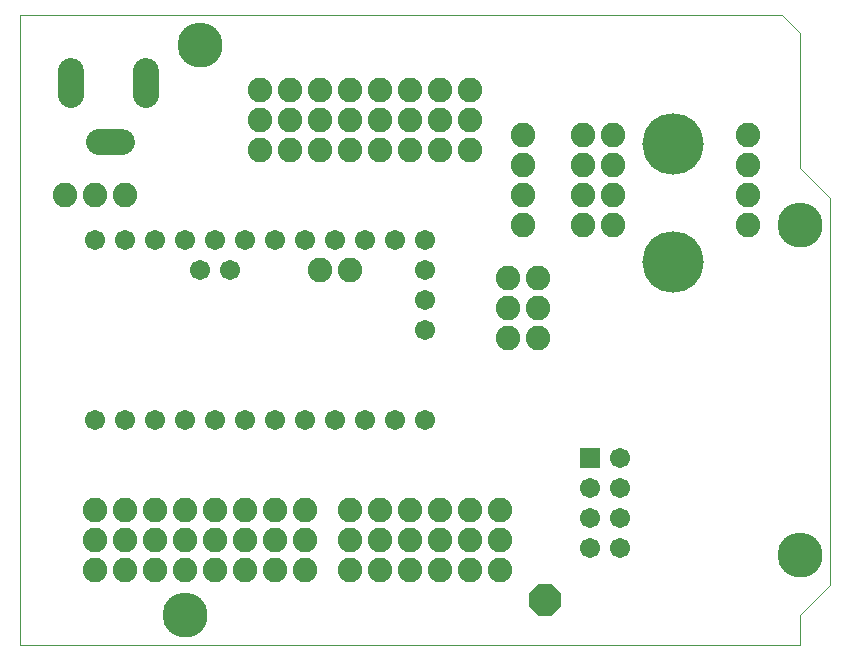
<source format=gbs>
G75*
%MOIN*%
%OFA0B0*%
%FSLAX25Y25*%
%IPPOS*%
%LPD*%
%AMOC8*
5,1,8,0,0,1.08239X$1,22.5*
%
%ADD10C,0.00000*%
%ADD11C,0.14942*%
%ADD12C,0.06737*%
%ADD13R,0.06737X0.06737*%
%ADD14C,0.08674*%
%ADD15C,0.08200*%
%ADD16OC8,0.10800*%
%ADD17C,0.00100*%
%ADD18C,0.20485*%
D10*
X0017500Y0005000D02*
X0017500Y0215000D01*
X0271500Y0215000D01*
X0277500Y0209000D01*
X0277500Y0164000D01*
X0287500Y0154000D01*
X0287500Y0025000D01*
X0277500Y0015000D01*
X0277500Y0005000D01*
X0017500Y0005000D01*
X0065429Y0015000D02*
X0065431Y0015174D01*
X0065438Y0015347D01*
X0065448Y0015520D01*
X0065463Y0015693D01*
X0065482Y0015866D01*
X0065506Y0016038D01*
X0065533Y0016209D01*
X0065565Y0016379D01*
X0065601Y0016549D01*
X0065641Y0016718D01*
X0065685Y0016886D01*
X0065733Y0017053D01*
X0065786Y0017218D01*
X0065842Y0017382D01*
X0065903Y0017545D01*
X0065967Y0017706D01*
X0066036Y0017865D01*
X0066108Y0018023D01*
X0066184Y0018179D01*
X0066264Y0018333D01*
X0066348Y0018485D01*
X0066435Y0018635D01*
X0066526Y0018783D01*
X0066621Y0018928D01*
X0066719Y0019072D01*
X0066821Y0019212D01*
X0066926Y0019350D01*
X0067034Y0019486D01*
X0067146Y0019619D01*
X0067261Y0019749D01*
X0067379Y0019876D01*
X0067500Y0020000D01*
X0067624Y0020121D01*
X0067751Y0020239D01*
X0067881Y0020354D01*
X0068014Y0020466D01*
X0068150Y0020574D01*
X0068288Y0020679D01*
X0068428Y0020781D01*
X0068572Y0020879D01*
X0068717Y0020974D01*
X0068865Y0021065D01*
X0069015Y0021152D01*
X0069167Y0021236D01*
X0069321Y0021316D01*
X0069477Y0021392D01*
X0069635Y0021464D01*
X0069794Y0021533D01*
X0069955Y0021597D01*
X0070118Y0021658D01*
X0070282Y0021714D01*
X0070447Y0021767D01*
X0070614Y0021815D01*
X0070782Y0021859D01*
X0070951Y0021899D01*
X0071121Y0021935D01*
X0071291Y0021967D01*
X0071462Y0021994D01*
X0071634Y0022018D01*
X0071807Y0022037D01*
X0071980Y0022052D01*
X0072153Y0022062D01*
X0072326Y0022069D01*
X0072500Y0022071D01*
X0072674Y0022069D01*
X0072847Y0022062D01*
X0073020Y0022052D01*
X0073193Y0022037D01*
X0073366Y0022018D01*
X0073538Y0021994D01*
X0073709Y0021967D01*
X0073879Y0021935D01*
X0074049Y0021899D01*
X0074218Y0021859D01*
X0074386Y0021815D01*
X0074553Y0021767D01*
X0074718Y0021714D01*
X0074882Y0021658D01*
X0075045Y0021597D01*
X0075206Y0021533D01*
X0075365Y0021464D01*
X0075523Y0021392D01*
X0075679Y0021316D01*
X0075833Y0021236D01*
X0075985Y0021152D01*
X0076135Y0021065D01*
X0076283Y0020974D01*
X0076428Y0020879D01*
X0076572Y0020781D01*
X0076712Y0020679D01*
X0076850Y0020574D01*
X0076986Y0020466D01*
X0077119Y0020354D01*
X0077249Y0020239D01*
X0077376Y0020121D01*
X0077500Y0020000D01*
X0077621Y0019876D01*
X0077739Y0019749D01*
X0077854Y0019619D01*
X0077966Y0019486D01*
X0078074Y0019350D01*
X0078179Y0019212D01*
X0078281Y0019072D01*
X0078379Y0018928D01*
X0078474Y0018783D01*
X0078565Y0018635D01*
X0078652Y0018485D01*
X0078736Y0018333D01*
X0078816Y0018179D01*
X0078892Y0018023D01*
X0078964Y0017865D01*
X0079033Y0017706D01*
X0079097Y0017545D01*
X0079158Y0017382D01*
X0079214Y0017218D01*
X0079267Y0017053D01*
X0079315Y0016886D01*
X0079359Y0016718D01*
X0079399Y0016549D01*
X0079435Y0016379D01*
X0079467Y0016209D01*
X0079494Y0016038D01*
X0079518Y0015866D01*
X0079537Y0015693D01*
X0079552Y0015520D01*
X0079562Y0015347D01*
X0079569Y0015174D01*
X0079571Y0015000D01*
X0079569Y0014826D01*
X0079562Y0014653D01*
X0079552Y0014480D01*
X0079537Y0014307D01*
X0079518Y0014134D01*
X0079494Y0013962D01*
X0079467Y0013791D01*
X0079435Y0013621D01*
X0079399Y0013451D01*
X0079359Y0013282D01*
X0079315Y0013114D01*
X0079267Y0012947D01*
X0079214Y0012782D01*
X0079158Y0012618D01*
X0079097Y0012455D01*
X0079033Y0012294D01*
X0078964Y0012135D01*
X0078892Y0011977D01*
X0078816Y0011821D01*
X0078736Y0011667D01*
X0078652Y0011515D01*
X0078565Y0011365D01*
X0078474Y0011217D01*
X0078379Y0011072D01*
X0078281Y0010928D01*
X0078179Y0010788D01*
X0078074Y0010650D01*
X0077966Y0010514D01*
X0077854Y0010381D01*
X0077739Y0010251D01*
X0077621Y0010124D01*
X0077500Y0010000D01*
X0077376Y0009879D01*
X0077249Y0009761D01*
X0077119Y0009646D01*
X0076986Y0009534D01*
X0076850Y0009426D01*
X0076712Y0009321D01*
X0076572Y0009219D01*
X0076428Y0009121D01*
X0076283Y0009026D01*
X0076135Y0008935D01*
X0075985Y0008848D01*
X0075833Y0008764D01*
X0075679Y0008684D01*
X0075523Y0008608D01*
X0075365Y0008536D01*
X0075206Y0008467D01*
X0075045Y0008403D01*
X0074882Y0008342D01*
X0074718Y0008286D01*
X0074553Y0008233D01*
X0074386Y0008185D01*
X0074218Y0008141D01*
X0074049Y0008101D01*
X0073879Y0008065D01*
X0073709Y0008033D01*
X0073538Y0008006D01*
X0073366Y0007982D01*
X0073193Y0007963D01*
X0073020Y0007948D01*
X0072847Y0007938D01*
X0072674Y0007931D01*
X0072500Y0007929D01*
X0072326Y0007931D01*
X0072153Y0007938D01*
X0071980Y0007948D01*
X0071807Y0007963D01*
X0071634Y0007982D01*
X0071462Y0008006D01*
X0071291Y0008033D01*
X0071121Y0008065D01*
X0070951Y0008101D01*
X0070782Y0008141D01*
X0070614Y0008185D01*
X0070447Y0008233D01*
X0070282Y0008286D01*
X0070118Y0008342D01*
X0069955Y0008403D01*
X0069794Y0008467D01*
X0069635Y0008536D01*
X0069477Y0008608D01*
X0069321Y0008684D01*
X0069167Y0008764D01*
X0069015Y0008848D01*
X0068865Y0008935D01*
X0068717Y0009026D01*
X0068572Y0009121D01*
X0068428Y0009219D01*
X0068288Y0009321D01*
X0068150Y0009426D01*
X0068014Y0009534D01*
X0067881Y0009646D01*
X0067751Y0009761D01*
X0067624Y0009879D01*
X0067500Y0010000D01*
X0067379Y0010124D01*
X0067261Y0010251D01*
X0067146Y0010381D01*
X0067034Y0010514D01*
X0066926Y0010650D01*
X0066821Y0010788D01*
X0066719Y0010928D01*
X0066621Y0011072D01*
X0066526Y0011217D01*
X0066435Y0011365D01*
X0066348Y0011515D01*
X0066264Y0011667D01*
X0066184Y0011821D01*
X0066108Y0011977D01*
X0066036Y0012135D01*
X0065967Y0012294D01*
X0065903Y0012455D01*
X0065842Y0012618D01*
X0065786Y0012782D01*
X0065733Y0012947D01*
X0065685Y0013114D01*
X0065641Y0013282D01*
X0065601Y0013451D01*
X0065565Y0013621D01*
X0065533Y0013791D01*
X0065506Y0013962D01*
X0065482Y0014134D01*
X0065463Y0014307D01*
X0065448Y0014480D01*
X0065438Y0014653D01*
X0065431Y0014826D01*
X0065429Y0015000D01*
X0225157Y0132815D02*
X0225160Y0133057D01*
X0225169Y0133298D01*
X0225184Y0133539D01*
X0225204Y0133780D01*
X0225231Y0134020D01*
X0225264Y0134259D01*
X0225302Y0134498D01*
X0225346Y0134735D01*
X0225396Y0134972D01*
X0225452Y0135207D01*
X0225514Y0135440D01*
X0225581Y0135672D01*
X0225654Y0135903D01*
X0225732Y0136131D01*
X0225817Y0136357D01*
X0225906Y0136582D01*
X0226001Y0136804D01*
X0226102Y0137023D01*
X0226208Y0137241D01*
X0226319Y0137455D01*
X0226436Y0137667D01*
X0226557Y0137875D01*
X0226684Y0138081D01*
X0226816Y0138283D01*
X0226953Y0138483D01*
X0227094Y0138678D01*
X0227240Y0138871D01*
X0227391Y0139059D01*
X0227547Y0139244D01*
X0227707Y0139425D01*
X0227871Y0139602D01*
X0228040Y0139775D01*
X0228213Y0139944D01*
X0228390Y0140108D01*
X0228571Y0140268D01*
X0228756Y0140424D01*
X0228944Y0140575D01*
X0229137Y0140721D01*
X0229332Y0140862D01*
X0229532Y0140999D01*
X0229734Y0141131D01*
X0229940Y0141258D01*
X0230148Y0141379D01*
X0230360Y0141496D01*
X0230574Y0141607D01*
X0230792Y0141713D01*
X0231011Y0141814D01*
X0231233Y0141909D01*
X0231458Y0141998D01*
X0231684Y0142083D01*
X0231912Y0142161D01*
X0232143Y0142234D01*
X0232375Y0142301D01*
X0232608Y0142363D01*
X0232843Y0142419D01*
X0233080Y0142469D01*
X0233317Y0142513D01*
X0233556Y0142551D01*
X0233795Y0142584D01*
X0234035Y0142611D01*
X0234276Y0142631D01*
X0234517Y0142646D01*
X0234758Y0142655D01*
X0235000Y0142658D01*
X0235242Y0142655D01*
X0235483Y0142646D01*
X0235724Y0142631D01*
X0235965Y0142611D01*
X0236205Y0142584D01*
X0236444Y0142551D01*
X0236683Y0142513D01*
X0236920Y0142469D01*
X0237157Y0142419D01*
X0237392Y0142363D01*
X0237625Y0142301D01*
X0237857Y0142234D01*
X0238088Y0142161D01*
X0238316Y0142083D01*
X0238542Y0141998D01*
X0238767Y0141909D01*
X0238989Y0141814D01*
X0239208Y0141713D01*
X0239426Y0141607D01*
X0239640Y0141496D01*
X0239852Y0141379D01*
X0240060Y0141258D01*
X0240266Y0141131D01*
X0240468Y0140999D01*
X0240668Y0140862D01*
X0240863Y0140721D01*
X0241056Y0140575D01*
X0241244Y0140424D01*
X0241429Y0140268D01*
X0241610Y0140108D01*
X0241787Y0139944D01*
X0241960Y0139775D01*
X0242129Y0139602D01*
X0242293Y0139425D01*
X0242453Y0139244D01*
X0242609Y0139059D01*
X0242760Y0138871D01*
X0242906Y0138678D01*
X0243047Y0138483D01*
X0243184Y0138283D01*
X0243316Y0138081D01*
X0243443Y0137875D01*
X0243564Y0137667D01*
X0243681Y0137455D01*
X0243792Y0137241D01*
X0243898Y0137023D01*
X0243999Y0136804D01*
X0244094Y0136582D01*
X0244183Y0136357D01*
X0244268Y0136131D01*
X0244346Y0135903D01*
X0244419Y0135672D01*
X0244486Y0135440D01*
X0244548Y0135207D01*
X0244604Y0134972D01*
X0244654Y0134735D01*
X0244698Y0134498D01*
X0244736Y0134259D01*
X0244769Y0134020D01*
X0244796Y0133780D01*
X0244816Y0133539D01*
X0244831Y0133298D01*
X0244840Y0133057D01*
X0244843Y0132815D01*
X0244840Y0132573D01*
X0244831Y0132332D01*
X0244816Y0132091D01*
X0244796Y0131850D01*
X0244769Y0131610D01*
X0244736Y0131371D01*
X0244698Y0131132D01*
X0244654Y0130895D01*
X0244604Y0130658D01*
X0244548Y0130423D01*
X0244486Y0130190D01*
X0244419Y0129958D01*
X0244346Y0129727D01*
X0244268Y0129499D01*
X0244183Y0129273D01*
X0244094Y0129048D01*
X0243999Y0128826D01*
X0243898Y0128607D01*
X0243792Y0128389D01*
X0243681Y0128175D01*
X0243564Y0127963D01*
X0243443Y0127755D01*
X0243316Y0127549D01*
X0243184Y0127347D01*
X0243047Y0127147D01*
X0242906Y0126952D01*
X0242760Y0126759D01*
X0242609Y0126571D01*
X0242453Y0126386D01*
X0242293Y0126205D01*
X0242129Y0126028D01*
X0241960Y0125855D01*
X0241787Y0125686D01*
X0241610Y0125522D01*
X0241429Y0125362D01*
X0241244Y0125206D01*
X0241056Y0125055D01*
X0240863Y0124909D01*
X0240668Y0124768D01*
X0240468Y0124631D01*
X0240266Y0124499D01*
X0240060Y0124372D01*
X0239852Y0124251D01*
X0239640Y0124134D01*
X0239426Y0124023D01*
X0239208Y0123917D01*
X0238989Y0123816D01*
X0238767Y0123721D01*
X0238542Y0123632D01*
X0238316Y0123547D01*
X0238088Y0123469D01*
X0237857Y0123396D01*
X0237625Y0123329D01*
X0237392Y0123267D01*
X0237157Y0123211D01*
X0236920Y0123161D01*
X0236683Y0123117D01*
X0236444Y0123079D01*
X0236205Y0123046D01*
X0235965Y0123019D01*
X0235724Y0122999D01*
X0235483Y0122984D01*
X0235242Y0122975D01*
X0235000Y0122972D01*
X0234758Y0122975D01*
X0234517Y0122984D01*
X0234276Y0122999D01*
X0234035Y0123019D01*
X0233795Y0123046D01*
X0233556Y0123079D01*
X0233317Y0123117D01*
X0233080Y0123161D01*
X0232843Y0123211D01*
X0232608Y0123267D01*
X0232375Y0123329D01*
X0232143Y0123396D01*
X0231912Y0123469D01*
X0231684Y0123547D01*
X0231458Y0123632D01*
X0231233Y0123721D01*
X0231011Y0123816D01*
X0230792Y0123917D01*
X0230574Y0124023D01*
X0230360Y0124134D01*
X0230148Y0124251D01*
X0229940Y0124372D01*
X0229734Y0124499D01*
X0229532Y0124631D01*
X0229332Y0124768D01*
X0229137Y0124909D01*
X0228944Y0125055D01*
X0228756Y0125206D01*
X0228571Y0125362D01*
X0228390Y0125522D01*
X0228213Y0125686D01*
X0228040Y0125855D01*
X0227871Y0126028D01*
X0227707Y0126205D01*
X0227547Y0126386D01*
X0227391Y0126571D01*
X0227240Y0126759D01*
X0227094Y0126952D01*
X0226953Y0127147D01*
X0226816Y0127347D01*
X0226684Y0127549D01*
X0226557Y0127755D01*
X0226436Y0127963D01*
X0226319Y0128175D01*
X0226208Y0128389D01*
X0226102Y0128607D01*
X0226001Y0128826D01*
X0225906Y0129048D01*
X0225817Y0129273D01*
X0225732Y0129499D01*
X0225654Y0129727D01*
X0225581Y0129958D01*
X0225514Y0130190D01*
X0225452Y0130423D01*
X0225396Y0130658D01*
X0225346Y0130895D01*
X0225302Y0131132D01*
X0225264Y0131371D01*
X0225231Y0131610D01*
X0225204Y0131850D01*
X0225184Y0132091D01*
X0225169Y0132332D01*
X0225160Y0132573D01*
X0225157Y0132815D01*
X0270429Y0145000D02*
X0270431Y0145174D01*
X0270438Y0145347D01*
X0270448Y0145520D01*
X0270463Y0145693D01*
X0270482Y0145866D01*
X0270506Y0146038D01*
X0270533Y0146209D01*
X0270565Y0146379D01*
X0270601Y0146549D01*
X0270641Y0146718D01*
X0270685Y0146886D01*
X0270733Y0147053D01*
X0270786Y0147218D01*
X0270842Y0147382D01*
X0270903Y0147545D01*
X0270967Y0147706D01*
X0271036Y0147865D01*
X0271108Y0148023D01*
X0271184Y0148179D01*
X0271264Y0148333D01*
X0271348Y0148485D01*
X0271435Y0148635D01*
X0271526Y0148783D01*
X0271621Y0148928D01*
X0271719Y0149072D01*
X0271821Y0149212D01*
X0271926Y0149350D01*
X0272034Y0149486D01*
X0272146Y0149619D01*
X0272261Y0149749D01*
X0272379Y0149876D01*
X0272500Y0150000D01*
X0272624Y0150121D01*
X0272751Y0150239D01*
X0272881Y0150354D01*
X0273014Y0150466D01*
X0273150Y0150574D01*
X0273288Y0150679D01*
X0273428Y0150781D01*
X0273572Y0150879D01*
X0273717Y0150974D01*
X0273865Y0151065D01*
X0274015Y0151152D01*
X0274167Y0151236D01*
X0274321Y0151316D01*
X0274477Y0151392D01*
X0274635Y0151464D01*
X0274794Y0151533D01*
X0274955Y0151597D01*
X0275118Y0151658D01*
X0275282Y0151714D01*
X0275447Y0151767D01*
X0275614Y0151815D01*
X0275782Y0151859D01*
X0275951Y0151899D01*
X0276121Y0151935D01*
X0276291Y0151967D01*
X0276462Y0151994D01*
X0276634Y0152018D01*
X0276807Y0152037D01*
X0276980Y0152052D01*
X0277153Y0152062D01*
X0277326Y0152069D01*
X0277500Y0152071D01*
X0277674Y0152069D01*
X0277847Y0152062D01*
X0278020Y0152052D01*
X0278193Y0152037D01*
X0278366Y0152018D01*
X0278538Y0151994D01*
X0278709Y0151967D01*
X0278879Y0151935D01*
X0279049Y0151899D01*
X0279218Y0151859D01*
X0279386Y0151815D01*
X0279553Y0151767D01*
X0279718Y0151714D01*
X0279882Y0151658D01*
X0280045Y0151597D01*
X0280206Y0151533D01*
X0280365Y0151464D01*
X0280523Y0151392D01*
X0280679Y0151316D01*
X0280833Y0151236D01*
X0280985Y0151152D01*
X0281135Y0151065D01*
X0281283Y0150974D01*
X0281428Y0150879D01*
X0281572Y0150781D01*
X0281712Y0150679D01*
X0281850Y0150574D01*
X0281986Y0150466D01*
X0282119Y0150354D01*
X0282249Y0150239D01*
X0282376Y0150121D01*
X0282500Y0150000D01*
X0282621Y0149876D01*
X0282739Y0149749D01*
X0282854Y0149619D01*
X0282966Y0149486D01*
X0283074Y0149350D01*
X0283179Y0149212D01*
X0283281Y0149072D01*
X0283379Y0148928D01*
X0283474Y0148783D01*
X0283565Y0148635D01*
X0283652Y0148485D01*
X0283736Y0148333D01*
X0283816Y0148179D01*
X0283892Y0148023D01*
X0283964Y0147865D01*
X0284033Y0147706D01*
X0284097Y0147545D01*
X0284158Y0147382D01*
X0284214Y0147218D01*
X0284267Y0147053D01*
X0284315Y0146886D01*
X0284359Y0146718D01*
X0284399Y0146549D01*
X0284435Y0146379D01*
X0284467Y0146209D01*
X0284494Y0146038D01*
X0284518Y0145866D01*
X0284537Y0145693D01*
X0284552Y0145520D01*
X0284562Y0145347D01*
X0284569Y0145174D01*
X0284571Y0145000D01*
X0284569Y0144826D01*
X0284562Y0144653D01*
X0284552Y0144480D01*
X0284537Y0144307D01*
X0284518Y0144134D01*
X0284494Y0143962D01*
X0284467Y0143791D01*
X0284435Y0143621D01*
X0284399Y0143451D01*
X0284359Y0143282D01*
X0284315Y0143114D01*
X0284267Y0142947D01*
X0284214Y0142782D01*
X0284158Y0142618D01*
X0284097Y0142455D01*
X0284033Y0142294D01*
X0283964Y0142135D01*
X0283892Y0141977D01*
X0283816Y0141821D01*
X0283736Y0141667D01*
X0283652Y0141515D01*
X0283565Y0141365D01*
X0283474Y0141217D01*
X0283379Y0141072D01*
X0283281Y0140928D01*
X0283179Y0140788D01*
X0283074Y0140650D01*
X0282966Y0140514D01*
X0282854Y0140381D01*
X0282739Y0140251D01*
X0282621Y0140124D01*
X0282500Y0140000D01*
X0282376Y0139879D01*
X0282249Y0139761D01*
X0282119Y0139646D01*
X0281986Y0139534D01*
X0281850Y0139426D01*
X0281712Y0139321D01*
X0281572Y0139219D01*
X0281428Y0139121D01*
X0281283Y0139026D01*
X0281135Y0138935D01*
X0280985Y0138848D01*
X0280833Y0138764D01*
X0280679Y0138684D01*
X0280523Y0138608D01*
X0280365Y0138536D01*
X0280206Y0138467D01*
X0280045Y0138403D01*
X0279882Y0138342D01*
X0279718Y0138286D01*
X0279553Y0138233D01*
X0279386Y0138185D01*
X0279218Y0138141D01*
X0279049Y0138101D01*
X0278879Y0138065D01*
X0278709Y0138033D01*
X0278538Y0138006D01*
X0278366Y0137982D01*
X0278193Y0137963D01*
X0278020Y0137948D01*
X0277847Y0137938D01*
X0277674Y0137931D01*
X0277500Y0137929D01*
X0277326Y0137931D01*
X0277153Y0137938D01*
X0276980Y0137948D01*
X0276807Y0137963D01*
X0276634Y0137982D01*
X0276462Y0138006D01*
X0276291Y0138033D01*
X0276121Y0138065D01*
X0275951Y0138101D01*
X0275782Y0138141D01*
X0275614Y0138185D01*
X0275447Y0138233D01*
X0275282Y0138286D01*
X0275118Y0138342D01*
X0274955Y0138403D01*
X0274794Y0138467D01*
X0274635Y0138536D01*
X0274477Y0138608D01*
X0274321Y0138684D01*
X0274167Y0138764D01*
X0274015Y0138848D01*
X0273865Y0138935D01*
X0273717Y0139026D01*
X0273572Y0139121D01*
X0273428Y0139219D01*
X0273288Y0139321D01*
X0273150Y0139426D01*
X0273014Y0139534D01*
X0272881Y0139646D01*
X0272751Y0139761D01*
X0272624Y0139879D01*
X0272500Y0140000D01*
X0272379Y0140124D01*
X0272261Y0140251D01*
X0272146Y0140381D01*
X0272034Y0140514D01*
X0271926Y0140650D01*
X0271821Y0140788D01*
X0271719Y0140928D01*
X0271621Y0141072D01*
X0271526Y0141217D01*
X0271435Y0141365D01*
X0271348Y0141515D01*
X0271264Y0141667D01*
X0271184Y0141821D01*
X0271108Y0141977D01*
X0271036Y0142135D01*
X0270967Y0142294D01*
X0270903Y0142455D01*
X0270842Y0142618D01*
X0270786Y0142782D01*
X0270733Y0142947D01*
X0270685Y0143114D01*
X0270641Y0143282D01*
X0270601Y0143451D01*
X0270565Y0143621D01*
X0270533Y0143791D01*
X0270506Y0143962D01*
X0270482Y0144134D01*
X0270463Y0144307D01*
X0270448Y0144480D01*
X0270438Y0144653D01*
X0270431Y0144826D01*
X0270429Y0145000D01*
X0225157Y0172185D02*
X0225160Y0172427D01*
X0225169Y0172668D01*
X0225184Y0172909D01*
X0225204Y0173150D01*
X0225231Y0173390D01*
X0225264Y0173629D01*
X0225302Y0173868D01*
X0225346Y0174105D01*
X0225396Y0174342D01*
X0225452Y0174577D01*
X0225514Y0174810D01*
X0225581Y0175042D01*
X0225654Y0175273D01*
X0225732Y0175501D01*
X0225817Y0175727D01*
X0225906Y0175952D01*
X0226001Y0176174D01*
X0226102Y0176393D01*
X0226208Y0176611D01*
X0226319Y0176825D01*
X0226436Y0177037D01*
X0226557Y0177245D01*
X0226684Y0177451D01*
X0226816Y0177653D01*
X0226953Y0177853D01*
X0227094Y0178048D01*
X0227240Y0178241D01*
X0227391Y0178429D01*
X0227547Y0178614D01*
X0227707Y0178795D01*
X0227871Y0178972D01*
X0228040Y0179145D01*
X0228213Y0179314D01*
X0228390Y0179478D01*
X0228571Y0179638D01*
X0228756Y0179794D01*
X0228944Y0179945D01*
X0229137Y0180091D01*
X0229332Y0180232D01*
X0229532Y0180369D01*
X0229734Y0180501D01*
X0229940Y0180628D01*
X0230148Y0180749D01*
X0230360Y0180866D01*
X0230574Y0180977D01*
X0230792Y0181083D01*
X0231011Y0181184D01*
X0231233Y0181279D01*
X0231458Y0181368D01*
X0231684Y0181453D01*
X0231912Y0181531D01*
X0232143Y0181604D01*
X0232375Y0181671D01*
X0232608Y0181733D01*
X0232843Y0181789D01*
X0233080Y0181839D01*
X0233317Y0181883D01*
X0233556Y0181921D01*
X0233795Y0181954D01*
X0234035Y0181981D01*
X0234276Y0182001D01*
X0234517Y0182016D01*
X0234758Y0182025D01*
X0235000Y0182028D01*
X0235242Y0182025D01*
X0235483Y0182016D01*
X0235724Y0182001D01*
X0235965Y0181981D01*
X0236205Y0181954D01*
X0236444Y0181921D01*
X0236683Y0181883D01*
X0236920Y0181839D01*
X0237157Y0181789D01*
X0237392Y0181733D01*
X0237625Y0181671D01*
X0237857Y0181604D01*
X0238088Y0181531D01*
X0238316Y0181453D01*
X0238542Y0181368D01*
X0238767Y0181279D01*
X0238989Y0181184D01*
X0239208Y0181083D01*
X0239426Y0180977D01*
X0239640Y0180866D01*
X0239852Y0180749D01*
X0240060Y0180628D01*
X0240266Y0180501D01*
X0240468Y0180369D01*
X0240668Y0180232D01*
X0240863Y0180091D01*
X0241056Y0179945D01*
X0241244Y0179794D01*
X0241429Y0179638D01*
X0241610Y0179478D01*
X0241787Y0179314D01*
X0241960Y0179145D01*
X0242129Y0178972D01*
X0242293Y0178795D01*
X0242453Y0178614D01*
X0242609Y0178429D01*
X0242760Y0178241D01*
X0242906Y0178048D01*
X0243047Y0177853D01*
X0243184Y0177653D01*
X0243316Y0177451D01*
X0243443Y0177245D01*
X0243564Y0177037D01*
X0243681Y0176825D01*
X0243792Y0176611D01*
X0243898Y0176393D01*
X0243999Y0176174D01*
X0244094Y0175952D01*
X0244183Y0175727D01*
X0244268Y0175501D01*
X0244346Y0175273D01*
X0244419Y0175042D01*
X0244486Y0174810D01*
X0244548Y0174577D01*
X0244604Y0174342D01*
X0244654Y0174105D01*
X0244698Y0173868D01*
X0244736Y0173629D01*
X0244769Y0173390D01*
X0244796Y0173150D01*
X0244816Y0172909D01*
X0244831Y0172668D01*
X0244840Y0172427D01*
X0244843Y0172185D01*
X0244840Y0171943D01*
X0244831Y0171702D01*
X0244816Y0171461D01*
X0244796Y0171220D01*
X0244769Y0170980D01*
X0244736Y0170741D01*
X0244698Y0170502D01*
X0244654Y0170265D01*
X0244604Y0170028D01*
X0244548Y0169793D01*
X0244486Y0169560D01*
X0244419Y0169328D01*
X0244346Y0169097D01*
X0244268Y0168869D01*
X0244183Y0168643D01*
X0244094Y0168418D01*
X0243999Y0168196D01*
X0243898Y0167977D01*
X0243792Y0167759D01*
X0243681Y0167545D01*
X0243564Y0167333D01*
X0243443Y0167125D01*
X0243316Y0166919D01*
X0243184Y0166717D01*
X0243047Y0166517D01*
X0242906Y0166322D01*
X0242760Y0166129D01*
X0242609Y0165941D01*
X0242453Y0165756D01*
X0242293Y0165575D01*
X0242129Y0165398D01*
X0241960Y0165225D01*
X0241787Y0165056D01*
X0241610Y0164892D01*
X0241429Y0164732D01*
X0241244Y0164576D01*
X0241056Y0164425D01*
X0240863Y0164279D01*
X0240668Y0164138D01*
X0240468Y0164001D01*
X0240266Y0163869D01*
X0240060Y0163742D01*
X0239852Y0163621D01*
X0239640Y0163504D01*
X0239426Y0163393D01*
X0239208Y0163287D01*
X0238989Y0163186D01*
X0238767Y0163091D01*
X0238542Y0163002D01*
X0238316Y0162917D01*
X0238088Y0162839D01*
X0237857Y0162766D01*
X0237625Y0162699D01*
X0237392Y0162637D01*
X0237157Y0162581D01*
X0236920Y0162531D01*
X0236683Y0162487D01*
X0236444Y0162449D01*
X0236205Y0162416D01*
X0235965Y0162389D01*
X0235724Y0162369D01*
X0235483Y0162354D01*
X0235242Y0162345D01*
X0235000Y0162342D01*
X0234758Y0162345D01*
X0234517Y0162354D01*
X0234276Y0162369D01*
X0234035Y0162389D01*
X0233795Y0162416D01*
X0233556Y0162449D01*
X0233317Y0162487D01*
X0233080Y0162531D01*
X0232843Y0162581D01*
X0232608Y0162637D01*
X0232375Y0162699D01*
X0232143Y0162766D01*
X0231912Y0162839D01*
X0231684Y0162917D01*
X0231458Y0163002D01*
X0231233Y0163091D01*
X0231011Y0163186D01*
X0230792Y0163287D01*
X0230574Y0163393D01*
X0230360Y0163504D01*
X0230148Y0163621D01*
X0229940Y0163742D01*
X0229734Y0163869D01*
X0229532Y0164001D01*
X0229332Y0164138D01*
X0229137Y0164279D01*
X0228944Y0164425D01*
X0228756Y0164576D01*
X0228571Y0164732D01*
X0228390Y0164892D01*
X0228213Y0165056D01*
X0228040Y0165225D01*
X0227871Y0165398D01*
X0227707Y0165575D01*
X0227547Y0165756D01*
X0227391Y0165941D01*
X0227240Y0166129D01*
X0227094Y0166322D01*
X0226953Y0166517D01*
X0226816Y0166717D01*
X0226684Y0166919D01*
X0226557Y0167125D01*
X0226436Y0167333D01*
X0226319Y0167545D01*
X0226208Y0167759D01*
X0226102Y0167977D01*
X0226001Y0168196D01*
X0225906Y0168418D01*
X0225817Y0168643D01*
X0225732Y0168869D01*
X0225654Y0169097D01*
X0225581Y0169328D01*
X0225514Y0169560D01*
X0225452Y0169793D01*
X0225396Y0170028D01*
X0225346Y0170265D01*
X0225302Y0170502D01*
X0225264Y0170741D01*
X0225231Y0170980D01*
X0225204Y0171220D01*
X0225184Y0171461D01*
X0225169Y0171702D01*
X0225160Y0171943D01*
X0225157Y0172185D01*
X0070429Y0205000D02*
X0070431Y0205174D01*
X0070438Y0205347D01*
X0070448Y0205520D01*
X0070463Y0205693D01*
X0070482Y0205866D01*
X0070506Y0206038D01*
X0070533Y0206209D01*
X0070565Y0206379D01*
X0070601Y0206549D01*
X0070641Y0206718D01*
X0070685Y0206886D01*
X0070733Y0207053D01*
X0070786Y0207218D01*
X0070842Y0207382D01*
X0070903Y0207545D01*
X0070967Y0207706D01*
X0071036Y0207865D01*
X0071108Y0208023D01*
X0071184Y0208179D01*
X0071264Y0208333D01*
X0071348Y0208485D01*
X0071435Y0208635D01*
X0071526Y0208783D01*
X0071621Y0208928D01*
X0071719Y0209072D01*
X0071821Y0209212D01*
X0071926Y0209350D01*
X0072034Y0209486D01*
X0072146Y0209619D01*
X0072261Y0209749D01*
X0072379Y0209876D01*
X0072500Y0210000D01*
X0072624Y0210121D01*
X0072751Y0210239D01*
X0072881Y0210354D01*
X0073014Y0210466D01*
X0073150Y0210574D01*
X0073288Y0210679D01*
X0073428Y0210781D01*
X0073572Y0210879D01*
X0073717Y0210974D01*
X0073865Y0211065D01*
X0074015Y0211152D01*
X0074167Y0211236D01*
X0074321Y0211316D01*
X0074477Y0211392D01*
X0074635Y0211464D01*
X0074794Y0211533D01*
X0074955Y0211597D01*
X0075118Y0211658D01*
X0075282Y0211714D01*
X0075447Y0211767D01*
X0075614Y0211815D01*
X0075782Y0211859D01*
X0075951Y0211899D01*
X0076121Y0211935D01*
X0076291Y0211967D01*
X0076462Y0211994D01*
X0076634Y0212018D01*
X0076807Y0212037D01*
X0076980Y0212052D01*
X0077153Y0212062D01*
X0077326Y0212069D01*
X0077500Y0212071D01*
X0077674Y0212069D01*
X0077847Y0212062D01*
X0078020Y0212052D01*
X0078193Y0212037D01*
X0078366Y0212018D01*
X0078538Y0211994D01*
X0078709Y0211967D01*
X0078879Y0211935D01*
X0079049Y0211899D01*
X0079218Y0211859D01*
X0079386Y0211815D01*
X0079553Y0211767D01*
X0079718Y0211714D01*
X0079882Y0211658D01*
X0080045Y0211597D01*
X0080206Y0211533D01*
X0080365Y0211464D01*
X0080523Y0211392D01*
X0080679Y0211316D01*
X0080833Y0211236D01*
X0080985Y0211152D01*
X0081135Y0211065D01*
X0081283Y0210974D01*
X0081428Y0210879D01*
X0081572Y0210781D01*
X0081712Y0210679D01*
X0081850Y0210574D01*
X0081986Y0210466D01*
X0082119Y0210354D01*
X0082249Y0210239D01*
X0082376Y0210121D01*
X0082500Y0210000D01*
X0082621Y0209876D01*
X0082739Y0209749D01*
X0082854Y0209619D01*
X0082966Y0209486D01*
X0083074Y0209350D01*
X0083179Y0209212D01*
X0083281Y0209072D01*
X0083379Y0208928D01*
X0083474Y0208783D01*
X0083565Y0208635D01*
X0083652Y0208485D01*
X0083736Y0208333D01*
X0083816Y0208179D01*
X0083892Y0208023D01*
X0083964Y0207865D01*
X0084033Y0207706D01*
X0084097Y0207545D01*
X0084158Y0207382D01*
X0084214Y0207218D01*
X0084267Y0207053D01*
X0084315Y0206886D01*
X0084359Y0206718D01*
X0084399Y0206549D01*
X0084435Y0206379D01*
X0084467Y0206209D01*
X0084494Y0206038D01*
X0084518Y0205866D01*
X0084537Y0205693D01*
X0084552Y0205520D01*
X0084562Y0205347D01*
X0084569Y0205174D01*
X0084571Y0205000D01*
X0084569Y0204826D01*
X0084562Y0204653D01*
X0084552Y0204480D01*
X0084537Y0204307D01*
X0084518Y0204134D01*
X0084494Y0203962D01*
X0084467Y0203791D01*
X0084435Y0203621D01*
X0084399Y0203451D01*
X0084359Y0203282D01*
X0084315Y0203114D01*
X0084267Y0202947D01*
X0084214Y0202782D01*
X0084158Y0202618D01*
X0084097Y0202455D01*
X0084033Y0202294D01*
X0083964Y0202135D01*
X0083892Y0201977D01*
X0083816Y0201821D01*
X0083736Y0201667D01*
X0083652Y0201515D01*
X0083565Y0201365D01*
X0083474Y0201217D01*
X0083379Y0201072D01*
X0083281Y0200928D01*
X0083179Y0200788D01*
X0083074Y0200650D01*
X0082966Y0200514D01*
X0082854Y0200381D01*
X0082739Y0200251D01*
X0082621Y0200124D01*
X0082500Y0200000D01*
X0082376Y0199879D01*
X0082249Y0199761D01*
X0082119Y0199646D01*
X0081986Y0199534D01*
X0081850Y0199426D01*
X0081712Y0199321D01*
X0081572Y0199219D01*
X0081428Y0199121D01*
X0081283Y0199026D01*
X0081135Y0198935D01*
X0080985Y0198848D01*
X0080833Y0198764D01*
X0080679Y0198684D01*
X0080523Y0198608D01*
X0080365Y0198536D01*
X0080206Y0198467D01*
X0080045Y0198403D01*
X0079882Y0198342D01*
X0079718Y0198286D01*
X0079553Y0198233D01*
X0079386Y0198185D01*
X0079218Y0198141D01*
X0079049Y0198101D01*
X0078879Y0198065D01*
X0078709Y0198033D01*
X0078538Y0198006D01*
X0078366Y0197982D01*
X0078193Y0197963D01*
X0078020Y0197948D01*
X0077847Y0197938D01*
X0077674Y0197931D01*
X0077500Y0197929D01*
X0077326Y0197931D01*
X0077153Y0197938D01*
X0076980Y0197948D01*
X0076807Y0197963D01*
X0076634Y0197982D01*
X0076462Y0198006D01*
X0076291Y0198033D01*
X0076121Y0198065D01*
X0075951Y0198101D01*
X0075782Y0198141D01*
X0075614Y0198185D01*
X0075447Y0198233D01*
X0075282Y0198286D01*
X0075118Y0198342D01*
X0074955Y0198403D01*
X0074794Y0198467D01*
X0074635Y0198536D01*
X0074477Y0198608D01*
X0074321Y0198684D01*
X0074167Y0198764D01*
X0074015Y0198848D01*
X0073865Y0198935D01*
X0073717Y0199026D01*
X0073572Y0199121D01*
X0073428Y0199219D01*
X0073288Y0199321D01*
X0073150Y0199426D01*
X0073014Y0199534D01*
X0072881Y0199646D01*
X0072751Y0199761D01*
X0072624Y0199879D01*
X0072500Y0200000D01*
X0072379Y0200124D01*
X0072261Y0200251D01*
X0072146Y0200381D01*
X0072034Y0200514D01*
X0071926Y0200650D01*
X0071821Y0200788D01*
X0071719Y0200928D01*
X0071621Y0201072D01*
X0071526Y0201217D01*
X0071435Y0201365D01*
X0071348Y0201515D01*
X0071264Y0201667D01*
X0071184Y0201821D01*
X0071108Y0201977D01*
X0071036Y0202135D01*
X0070967Y0202294D01*
X0070903Y0202455D01*
X0070842Y0202618D01*
X0070786Y0202782D01*
X0070733Y0202947D01*
X0070685Y0203114D01*
X0070641Y0203282D01*
X0070601Y0203451D01*
X0070565Y0203621D01*
X0070533Y0203791D01*
X0070506Y0203962D01*
X0070482Y0204134D01*
X0070463Y0204307D01*
X0070448Y0204480D01*
X0070438Y0204653D01*
X0070431Y0204826D01*
X0070429Y0205000D01*
X0270429Y0035000D02*
X0270431Y0035174D01*
X0270438Y0035347D01*
X0270448Y0035520D01*
X0270463Y0035693D01*
X0270482Y0035866D01*
X0270506Y0036038D01*
X0270533Y0036209D01*
X0270565Y0036379D01*
X0270601Y0036549D01*
X0270641Y0036718D01*
X0270685Y0036886D01*
X0270733Y0037053D01*
X0270786Y0037218D01*
X0270842Y0037382D01*
X0270903Y0037545D01*
X0270967Y0037706D01*
X0271036Y0037865D01*
X0271108Y0038023D01*
X0271184Y0038179D01*
X0271264Y0038333D01*
X0271348Y0038485D01*
X0271435Y0038635D01*
X0271526Y0038783D01*
X0271621Y0038928D01*
X0271719Y0039072D01*
X0271821Y0039212D01*
X0271926Y0039350D01*
X0272034Y0039486D01*
X0272146Y0039619D01*
X0272261Y0039749D01*
X0272379Y0039876D01*
X0272500Y0040000D01*
X0272624Y0040121D01*
X0272751Y0040239D01*
X0272881Y0040354D01*
X0273014Y0040466D01*
X0273150Y0040574D01*
X0273288Y0040679D01*
X0273428Y0040781D01*
X0273572Y0040879D01*
X0273717Y0040974D01*
X0273865Y0041065D01*
X0274015Y0041152D01*
X0274167Y0041236D01*
X0274321Y0041316D01*
X0274477Y0041392D01*
X0274635Y0041464D01*
X0274794Y0041533D01*
X0274955Y0041597D01*
X0275118Y0041658D01*
X0275282Y0041714D01*
X0275447Y0041767D01*
X0275614Y0041815D01*
X0275782Y0041859D01*
X0275951Y0041899D01*
X0276121Y0041935D01*
X0276291Y0041967D01*
X0276462Y0041994D01*
X0276634Y0042018D01*
X0276807Y0042037D01*
X0276980Y0042052D01*
X0277153Y0042062D01*
X0277326Y0042069D01*
X0277500Y0042071D01*
X0277674Y0042069D01*
X0277847Y0042062D01*
X0278020Y0042052D01*
X0278193Y0042037D01*
X0278366Y0042018D01*
X0278538Y0041994D01*
X0278709Y0041967D01*
X0278879Y0041935D01*
X0279049Y0041899D01*
X0279218Y0041859D01*
X0279386Y0041815D01*
X0279553Y0041767D01*
X0279718Y0041714D01*
X0279882Y0041658D01*
X0280045Y0041597D01*
X0280206Y0041533D01*
X0280365Y0041464D01*
X0280523Y0041392D01*
X0280679Y0041316D01*
X0280833Y0041236D01*
X0280985Y0041152D01*
X0281135Y0041065D01*
X0281283Y0040974D01*
X0281428Y0040879D01*
X0281572Y0040781D01*
X0281712Y0040679D01*
X0281850Y0040574D01*
X0281986Y0040466D01*
X0282119Y0040354D01*
X0282249Y0040239D01*
X0282376Y0040121D01*
X0282500Y0040000D01*
X0282621Y0039876D01*
X0282739Y0039749D01*
X0282854Y0039619D01*
X0282966Y0039486D01*
X0283074Y0039350D01*
X0283179Y0039212D01*
X0283281Y0039072D01*
X0283379Y0038928D01*
X0283474Y0038783D01*
X0283565Y0038635D01*
X0283652Y0038485D01*
X0283736Y0038333D01*
X0283816Y0038179D01*
X0283892Y0038023D01*
X0283964Y0037865D01*
X0284033Y0037706D01*
X0284097Y0037545D01*
X0284158Y0037382D01*
X0284214Y0037218D01*
X0284267Y0037053D01*
X0284315Y0036886D01*
X0284359Y0036718D01*
X0284399Y0036549D01*
X0284435Y0036379D01*
X0284467Y0036209D01*
X0284494Y0036038D01*
X0284518Y0035866D01*
X0284537Y0035693D01*
X0284552Y0035520D01*
X0284562Y0035347D01*
X0284569Y0035174D01*
X0284571Y0035000D01*
X0284569Y0034826D01*
X0284562Y0034653D01*
X0284552Y0034480D01*
X0284537Y0034307D01*
X0284518Y0034134D01*
X0284494Y0033962D01*
X0284467Y0033791D01*
X0284435Y0033621D01*
X0284399Y0033451D01*
X0284359Y0033282D01*
X0284315Y0033114D01*
X0284267Y0032947D01*
X0284214Y0032782D01*
X0284158Y0032618D01*
X0284097Y0032455D01*
X0284033Y0032294D01*
X0283964Y0032135D01*
X0283892Y0031977D01*
X0283816Y0031821D01*
X0283736Y0031667D01*
X0283652Y0031515D01*
X0283565Y0031365D01*
X0283474Y0031217D01*
X0283379Y0031072D01*
X0283281Y0030928D01*
X0283179Y0030788D01*
X0283074Y0030650D01*
X0282966Y0030514D01*
X0282854Y0030381D01*
X0282739Y0030251D01*
X0282621Y0030124D01*
X0282500Y0030000D01*
X0282376Y0029879D01*
X0282249Y0029761D01*
X0282119Y0029646D01*
X0281986Y0029534D01*
X0281850Y0029426D01*
X0281712Y0029321D01*
X0281572Y0029219D01*
X0281428Y0029121D01*
X0281283Y0029026D01*
X0281135Y0028935D01*
X0280985Y0028848D01*
X0280833Y0028764D01*
X0280679Y0028684D01*
X0280523Y0028608D01*
X0280365Y0028536D01*
X0280206Y0028467D01*
X0280045Y0028403D01*
X0279882Y0028342D01*
X0279718Y0028286D01*
X0279553Y0028233D01*
X0279386Y0028185D01*
X0279218Y0028141D01*
X0279049Y0028101D01*
X0278879Y0028065D01*
X0278709Y0028033D01*
X0278538Y0028006D01*
X0278366Y0027982D01*
X0278193Y0027963D01*
X0278020Y0027948D01*
X0277847Y0027938D01*
X0277674Y0027931D01*
X0277500Y0027929D01*
X0277326Y0027931D01*
X0277153Y0027938D01*
X0276980Y0027948D01*
X0276807Y0027963D01*
X0276634Y0027982D01*
X0276462Y0028006D01*
X0276291Y0028033D01*
X0276121Y0028065D01*
X0275951Y0028101D01*
X0275782Y0028141D01*
X0275614Y0028185D01*
X0275447Y0028233D01*
X0275282Y0028286D01*
X0275118Y0028342D01*
X0274955Y0028403D01*
X0274794Y0028467D01*
X0274635Y0028536D01*
X0274477Y0028608D01*
X0274321Y0028684D01*
X0274167Y0028764D01*
X0274015Y0028848D01*
X0273865Y0028935D01*
X0273717Y0029026D01*
X0273572Y0029121D01*
X0273428Y0029219D01*
X0273288Y0029321D01*
X0273150Y0029426D01*
X0273014Y0029534D01*
X0272881Y0029646D01*
X0272751Y0029761D01*
X0272624Y0029879D01*
X0272500Y0030000D01*
X0272379Y0030124D01*
X0272261Y0030251D01*
X0272146Y0030381D01*
X0272034Y0030514D01*
X0271926Y0030650D01*
X0271821Y0030788D01*
X0271719Y0030928D01*
X0271621Y0031072D01*
X0271526Y0031217D01*
X0271435Y0031365D01*
X0271348Y0031515D01*
X0271264Y0031667D01*
X0271184Y0031821D01*
X0271108Y0031977D01*
X0271036Y0032135D01*
X0270967Y0032294D01*
X0270903Y0032455D01*
X0270842Y0032618D01*
X0270786Y0032782D01*
X0270733Y0032947D01*
X0270685Y0033114D01*
X0270641Y0033282D01*
X0270601Y0033451D01*
X0270565Y0033621D01*
X0270533Y0033791D01*
X0270506Y0033962D01*
X0270482Y0034134D01*
X0270463Y0034307D01*
X0270448Y0034480D01*
X0270438Y0034653D01*
X0270431Y0034826D01*
X0270429Y0035000D01*
D11*
X0277500Y0035000D03*
X0277500Y0145000D03*
X0077500Y0205000D03*
X0072500Y0015000D03*
D12*
X0072500Y0080000D03*
X0062500Y0080000D03*
X0052500Y0080000D03*
X0042500Y0080000D03*
X0082500Y0080000D03*
X0092500Y0080000D03*
X0102500Y0080000D03*
X0112500Y0080000D03*
X0122500Y0080000D03*
X0132500Y0080000D03*
X0142500Y0080000D03*
X0152500Y0080000D03*
X0152500Y0110000D03*
X0152500Y0120000D03*
X0152500Y0130000D03*
X0152500Y0140000D03*
X0142500Y0140000D03*
X0132500Y0140000D03*
X0122500Y0140000D03*
X0112500Y0140000D03*
X0102500Y0140000D03*
X0092500Y0140000D03*
X0082500Y0140000D03*
X0072500Y0140000D03*
X0062500Y0140000D03*
X0052500Y0140000D03*
X0042500Y0140000D03*
X0077500Y0130000D03*
X0087500Y0130000D03*
X0207500Y0057500D03*
X0217500Y0057500D03*
X0217500Y0047500D03*
X0207500Y0047500D03*
X0207500Y0037500D03*
X0217500Y0037500D03*
X0217500Y0067500D03*
D13*
X0207500Y0067500D03*
D14*
X0051457Y0172657D02*
X0043583Y0172657D01*
X0034528Y0188406D02*
X0034528Y0196280D01*
X0059331Y0196280D02*
X0059331Y0188406D01*
D15*
X0097500Y0190000D03*
X0107500Y0190000D03*
X0107500Y0180000D03*
X0097500Y0180000D03*
X0097500Y0170000D03*
X0107500Y0170000D03*
X0117500Y0170000D03*
X0127500Y0170000D03*
X0137500Y0170000D03*
X0147500Y0170000D03*
X0157500Y0170000D03*
X0167500Y0170000D03*
X0167500Y0180000D03*
X0157500Y0180000D03*
X0147500Y0180000D03*
X0137500Y0180000D03*
X0127500Y0180000D03*
X0117500Y0180000D03*
X0117500Y0190000D03*
X0127500Y0190000D03*
X0137500Y0190000D03*
X0147500Y0190000D03*
X0157500Y0190000D03*
X0167500Y0190000D03*
X0185000Y0175000D03*
X0185000Y0165000D03*
X0185000Y0155000D03*
X0185000Y0145000D03*
X0205000Y0145000D03*
X0215000Y0145000D03*
X0215000Y0155000D03*
X0205000Y0155000D03*
X0205000Y0165000D03*
X0215000Y0165000D03*
X0215000Y0175000D03*
X0205000Y0175000D03*
X0260000Y0175000D03*
X0260000Y0165000D03*
X0260000Y0155000D03*
X0260000Y0145000D03*
X0190000Y0127500D03*
X0190000Y0117500D03*
X0180000Y0117500D03*
X0180000Y0127500D03*
X0180000Y0107500D03*
X0190000Y0107500D03*
X0127500Y0130000D03*
X0117500Y0130000D03*
X0052500Y0155000D03*
X0042500Y0155000D03*
X0032500Y0155000D03*
X0042500Y0050000D03*
X0052500Y0050000D03*
X0062500Y0050000D03*
X0072500Y0050000D03*
X0082500Y0050000D03*
X0092500Y0050000D03*
X0102500Y0050000D03*
X0112500Y0050000D03*
X0112500Y0040000D03*
X0102500Y0040000D03*
X0092500Y0040000D03*
X0082500Y0040000D03*
X0072500Y0040000D03*
X0062500Y0040000D03*
X0052500Y0040000D03*
X0042500Y0040000D03*
X0042500Y0030000D03*
X0052500Y0030000D03*
X0062500Y0030000D03*
X0072500Y0030000D03*
X0082500Y0030000D03*
X0092500Y0030000D03*
X0102500Y0030000D03*
X0112500Y0030000D03*
X0127500Y0030000D03*
X0137500Y0030000D03*
X0147500Y0030000D03*
X0157500Y0030000D03*
X0167500Y0030000D03*
X0177500Y0030000D03*
X0177500Y0040000D03*
X0167500Y0040000D03*
X0157500Y0040000D03*
X0147500Y0040000D03*
X0137500Y0040000D03*
X0127500Y0040000D03*
X0127500Y0050000D03*
X0137500Y0050000D03*
X0147500Y0050000D03*
X0157500Y0050000D03*
X0167500Y0050000D03*
X0177500Y0050000D03*
D16*
X0192500Y0020000D03*
D17*
X0237000Y0172185D02*
X0237002Y0172294D01*
X0237008Y0172403D01*
X0237018Y0172511D01*
X0237032Y0172619D01*
X0237049Y0172727D01*
X0237071Y0172834D01*
X0237096Y0172940D01*
X0237126Y0173044D01*
X0237159Y0173148D01*
X0237196Y0173251D01*
X0237236Y0173352D01*
X0237280Y0173451D01*
X0237328Y0173549D01*
X0237380Y0173646D01*
X0237434Y0173740D01*
X0237492Y0173832D01*
X0237554Y0173922D01*
X0237619Y0174009D01*
X0237686Y0174095D01*
X0237757Y0174178D01*
X0237831Y0174258D01*
X0237908Y0174335D01*
X0237987Y0174410D01*
X0238069Y0174481D01*
X0238154Y0174550D01*
X0238241Y0174615D01*
X0238330Y0174678D01*
X0238422Y0174736D01*
X0238516Y0174792D01*
X0238611Y0174844D01*
X0238709Y0174893D01*
X0238808Y0174938D01*
X0238909Y0174980D01*
X0239011Y0175017D01*
X0239114Y0175051D01*
X0239219Y0175082D01*
X0239325Y0175108D01*
X0239431Y0175131D01*
X0239539Y0175149D01*
X0239647Y0175164D01*
X0239755Y0175175D01*
X0239864Y0175182D01*
X0239973Y0175185D01*
X0240082Y0175184D01*
X0240191Y0175179D01*
X0240299Y0175170D01*
X0240407Y0175157D01*
X0240515Y0175140D01*
X0240622Y0175120D01*
X0240728Y0175095D01*
X0240833Y0175067D01*
X0240937Y0175035D01*
X0241040Y0174999D01*
X0241142Y0174959D01*
X0241242Y0174916D01*
X0241340Y0174869D01*
X0241437Y0174819D01*
X0241531Y0174765D01*
X0241624Y0174707D01*
X0241715Y0174647D01*
X0241803Y0174583D01*
X0241889Y0174516D01*
X0241972Y0174446D01*
X0242053Y0174373D01*
X0242131Y0174297D01*
X0242206Y0174218D01*
X0242279Y0174136D01*
X0242348Y0174052D01*
X0242414Y0173966D01*
X0242477Y0173877D01*
X0242537Y0173786D01*
X0242594Y0173693D01*
X0242647Y0173598D01*
X0242696Y0173501D01*
X0242742Y0173402D01*
X0242784Y0173302D01*
X0242823Y0173200D01*
X0242858Y0173096D01*
X0242889Y0172992D01*
X0242917Y0172887D01*
X0242940Y0172780D01*
X0242960Y0172673D01*
X0242976Y0172565D01*
X0242988Y0172457D01*
X0242996Y0172348D01*
X0243000Y0172239D01*
X0243000Y0172131D01*
X0242996Y0172022D01*
X0242988Y0171913D01*
X0242976Y0171805D01*
X0242960Y0171697D01*
X0242940Y0171590D01*
X0242917Y0171483D01*
X0242889Y0171378D01*
X0242858Y0171274D01*
X0242823Y0171170D01*
X0242784Y0171068D01*
X0242742Y0170968D01*
X0242696Y0170869D01*
X0242647Y0170772D01*
X0242594Y0170677D01*
X0242537Y0170584D01*
X0242477Y0170493D01*
X0242414Y0170404D01*
X0242348Y0170318D01*
X0242279Y0170234D01*
X0242206Y0170152D01*
X0242131Y0170073D01*
X0242053Y0169997D01*
X0241972Y0169924D01*
X0241889Y0169854D01*
X0241803Y0169787D01*
X0241715Y0169723D01*
X0241624Y0169663D01*
X0241531Y0169605D01*
X0241437Y0169551D01*
X0241340Y0169501D01*
X0241242Y0169454D01*
X0241142Y0169411D01*
X0241040Y0169371D01*
X0240937Y0169335D01*
X0240833Y0169303D01*
X0240728Y0169275D01*
X0240622Y0169250D01*
X0240515Y0169230D01*
X0240407Y0169213D01*
X0240299Y0169200D01*
X0240191Y0169191D01*
X0240082Y0169186D01*
X0239973Y0169185D01*
X0239864Y0169188D01*
X0239755Y0169195D01*
X0239647Y0169206D01*
X0239539Y0169221D01*
X0239431Y0169239D01*
X0239325Y0169262D01*
X0239219Y0169288D01*
X0239114Y0169319D01*
X0239011Y0169353D01*
X0238909Y0169390D01*
X0238808Y0169432D01*
X0238709Y0169477D01*
X0238611Y0169526D01*
X0238516Y0169578D01*
X0238422Y0169634D01*
X0238330Y0169692D01*
X0238241Y0169755D01*
X0238154Y0169820D01*
X0238069Y0169889D01*
X0237987Y0169960D01*
X0237908Y0170035D01*
X0237831Y0170112D01*
X0237757Y0170192D01*
X0237686Y0170275D01*
X0237619Y0170361D01*
X0237554Y0170448D01*
X0237492Y0170538D01*
X0237434Y0170630D01*
X0237380Y0170724D01*
X0237328Y0170821D01*
X0237280Y0170919D01*
X0237236Y0171018D01*
X0237196Y0171119D01*
X0237159Y0171222D01*
X0237126Y0171326D01*
X0237096Y0171430D01*
X0237071Y0171536D01*
X0237049Y0171643D01*
X0237032Y0171751D01*
X0237018Y0171859D01*
X0237008Y0171967D01*
X0237002Y0172076D01*
X0237000Y0172185D01*
D18*
X0235000Y0172185D03*
X0235000Y0132815D03*
M02*

</source>
